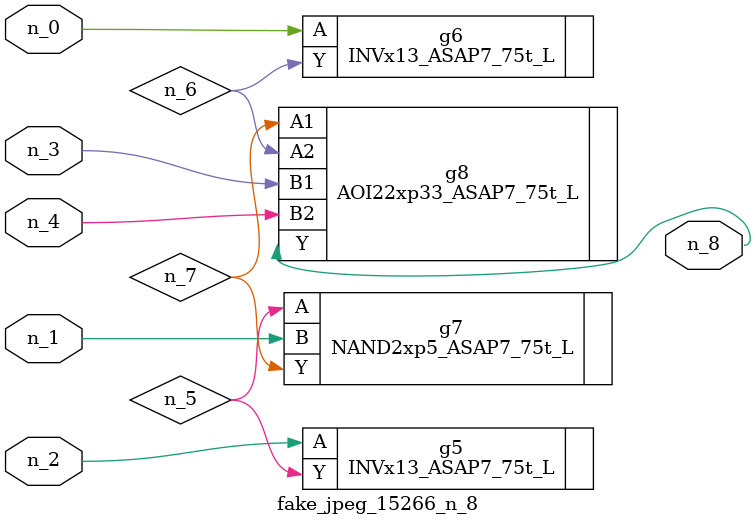
<source format=v>
module fake_jpeg_15266_n_8 (n_3, n_2, n_1, n_0, n_4, n_8);

input n_3;
input n_2;
input n_1;
input n_0;
input n_4;

output n_8;

wire n_6;
wire n_5;
wire n_7;

INVx13_ASAP7_75t_L g5 ( 
.A(n_2),
.Y(n_5)
);

INVx13_ASAP7_75t_L g6 ( 
.A(n_0),
.Y(n_6)
);

NAND2xp5_ASAP7_75t_L g7 ( 
.A(n_5),
.B(n_1),
.Y(n_7)
);

AOI22xp33_ASAP7_75t_L g8 ( 
.A1(n_7),
.A2(n_6),
.B1(n_3),
.B2(n_4),
.Y(n_8)
);


endmodule
</source>
